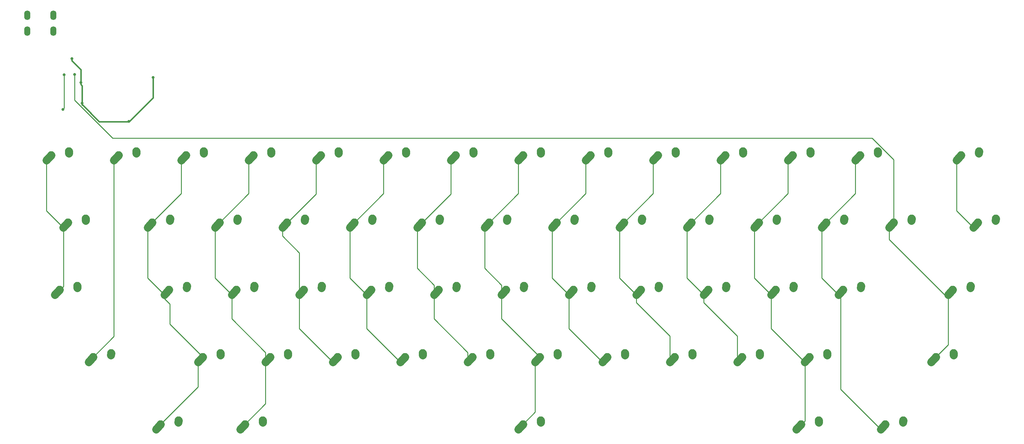
<source format=gtl>
G04 #@! TF.GenerationSoftware,KiCad,Pcbnew,(5.1.4)-1*
G04 #@! TF.CreationDate,2021-08-06T15:59:48-05:00*
G04 #@! TF.ProjectId,keyboard,6b657962-6f61-4726-942e-6b696361645f,rev?*
G04 #@! TF.SameCoordinates,Original*
G04 #@! TF.FileFunction,Copper,L1,Top*
G04 #@! TF.FilePolarity,Positive*
%FSLAX46Y46*%
G04 Gerber Fmt 4.6, Leading zero omitted, Abs format (unit mm)*
G04 Created by KiCad (PCBNEW (5.1.4)-1) date 2021-08-06 15:59:48*
%MOMM*%
%LPD*%
G04 APERTURE LIST*
%ADD10O,1.700000X2.700000*%
%ADD11C,2.250000*%
%ADD12C,2.250000*%
%ADD13C,0.800000*%
%ADD14C,0.254000*%
%ADD15C,0.381000*%
G04 APERTURE END LIST*
D10*
X83662500Y-80962500D03*
X90962500Y-80962500D03*
X90962500Y-85462500D03*
X83662500Y-85462500D03*
D11*
X90368750Y-120618750D03*
X89713751Y-121348750D03*
D12*
X89058750Y-122078750D02*
X90368752Y-120618750D01*
D11*
X95388750Y-119828750D03*
D12*
X95368750Y-120118750D02*
X95408750Y-119538750D01*
D11*
X95408750Y-119538750D03*
X109418750Y-120618750D03*
X108763751Y-121348750D03*
D12*
X108108750Y-122078750D02*
X109418752Y-120618750D01*
D11*
X114438750Y-119828750D03*
D12*
X114418750Y-120118750D02*
X114458750Y-119538750D01*
D11*
X114458750Y-119538750D03*
X128468750Y-120618750D03*
X127813751Y-121348750D03*
D12*
X127158750Y-122078750D02*
X128468752Y-120618750D01*
D11*
X133488750Y-119828750D03*
D12*
X133468750Y-120118750D02*
X133508750Y-119538750D01*
D11*
X133508750Y-119538750D03*
X147518750Y-120618750D03*
X146863751Y-121348750D03*
D12*
X146208750Y-122078750D02*
X147518752Y-120618750D01*
D11*
X152538750Y-119828750D03*
D12*
X152518750Y-120118750D02*
X152558750Y-119538750D01*
D11*
X152558750Y-119538750D03*
X166568750Y-120618750D03*
X165913751Y-121348750D03*
D12*
X165258750Y-122078750D02*
X166568752Y-120618750D01*
D11*
X171588750Y-119828750D03*
D12*
X171568750Y-120118750D02*
X171608750Y-119538750D01*
D11*
X171608750Y-119538750D03*
X185618750Y-120618750D03*
X184963751Y-121348750D03*
D12*
X184308750Y-122078750D02*
X185618752Y-120618750D01*
D11*
X190638750Y-119828750D03*
D12*
X190618750Y-120118750D02*
X190658750Y-119538750D01*
D11*
X190658750Y-119538750D03*
X204668750Y-120618750D03*
X204013751Y-121348750D03*
D12*
X203358750Y-122078750D02*
X204668752Y-120618750D01*
D11*
X209688750Y-119828750D03*
D12*
X209668750Y-120118750D02*
X209708750Y-119538750D01*
D11*
X209708750Y-119538750D03*
X223718750Y-120618750D03*
X223063751Y-121348750D03*
D12*
X222408750Y-122078750D02*
X223718752Y-120618750D01*
D11*
X228738750Y-119828750D03*
D12*
X228718750Y-120118750D02*
X228758750Y-119538750D01*
D11*
X228758750Y-119538750D03*
X242768750Y-120618750D03*
X242113751Y-121348750D03*
D12*
X241458750Y-122078750D02*
X242768752Y-120618750D01*
D11*
X247788750Y-119828750D03*
D12*
X247768750Y-120118750D02*
X247808750Y-119538750D01*
D11*
X247808750Y-119538750D03*
X261818750Y-120618750D03*
X261163751Y-121348750D03*
D12*
X260508750Y-122078750D02*
X261818752Y-120618750D01*
D11*
X266838750Y-119828750D03*
D12*
X266818750Y-120118750D02*
X266858750Y-119538750D01*
D11*
X266858750Y-119538750D03*
X280868750Y-120618750D03*
X280213751Y-121348750D03*
D12*
X279558750Y-122078750D02*
X280868752Y-120618750D01*
D11*
X285888750Y-119828750D03*
D12*
X285868750Y-120118750D02*
X285908750Y-119538750D01*
D11*
X285908750Y-119538750D03*
X299918750Y-120618750D03*
X299263751Y-121348750D03*
D12*
X298608750Y-122078750D02*
X299918752Y-120618750D01*
D11*
X304938750Y-119828750D03*
D12*
X304918750Y-120118750D02*
X304958750Y-119538750D01*
D11*
X304958750Y-119538750D03*
X318968750Y-120618750D03*
X318313751Y-121348750D03*
D12*
X317658750Y-122078750D02*
X318968752Y-120618750D01*
D11*
X323988750Y-119828750D03*
D12*
X323968750Y-120118750D02*
X324008750Y-119538750D01*
D11*
X324008750Y-119538750D03*
X347543750Y-120618750D03*
X346888751Y-121348750D03*
D12*
X346233750Y-122078750D02*
X347543752Y-120618750D01*
D11*
X352563750Y-119828750D03*
D12*
X352543750Y-120118750D02*
X352583750Y-119538750D01*
D11*
X352583750Y-119538750D03*
X95131250Y-139668750D03*
X94476251Y-140398750D03*
D12*
X93821250Y-141128750D02*
X95131252Y-139668750D01*
D11*
X100151250Y-138878750D03*
D12*
X100131250Y-139168750D02*
X100171250Y-138588750D01*
D11*
X100171250Y-138588750D03*
X118943750Y-139668750D03*
X118288751Y-140398750D03*
D12*
X117633750Y-141128750D02*
X118943752Y-139668750D01*
D11*
X123963750Y-138878750D03*
D12*
X123943750Y-139168750D02*
X123983750Y-138588750D01*
D11*
X123983750Y-138588750D03*
X137993750Y-139668750D03*
X137338751Y-140398750D03*
D12*
X136683750Y-141128750D02*
X137993752Y-139668750D01*
D11*
X143013750Y-138878750D03*
D12*
X142993750Y-139168750D02*
X143033750Y-138588750D01*
D11*
X143033750Y-138588750D03*
X157043750Y-139668750D03*
X156388751Y-140398750D03*
D12*
X155733750Y-141128750D02*
X157043752Y-139668750D01*
D11*
X162063750Y-138878750D03*
D12*
X162043750Y-139168750D02*
X162083750Y-138588750D01*
D11*
X162083750Y-138588750D03*
X176093750Y-139668750D03*
X175438751Y-140398750D03*
D12*
X174783750Y-141128750D02*
X176093752Y-139668750D01*
D11*
X181113750Y-138878750D03*
D12*
X181093750Y-139168750D02*
X181133750Y-138588750D01*
D11*
X181133750Y-138588750D03*
X195143750Y-139668750D03*
X194488751Y-140398750D03*
D12*
X193833750Y-141128750D02*
X195143752Y-139668750D01*
D11*
X200163750Y-138878750D03*
D12*
X200143750Y-139168750D02*
X200183750Y-138588750D01*
D11*
X200183750Y-138588750D03*
X214193750Y-139668750D03*
X213538751Y-140398750D03*
D12*
X212883750Y-141128750D02*
X214193752Y-139668750D01*
D11*
X219213750Y-138878750D03*
D12*
X219193750Y-139168750D02*
X219233750Y-138588750D01*
D11*
X219233750Y-138588750D03*
X233243750Y-139668750D03*
X232588751Y-140398750D03*
D12*
X231933750Y-141128750D02*
X233243752Y-139668750D01*
D11*
X238263750Y-138878750D03*
D12*
X238243750Y-139168750D02*
X238283750Y-138588750D01*
D11*
X238283750Y-138588750D03*
X252293750Y-139668750D03*
X251638751Y-140398750D03*
D12*
X250983750Y-141128750D02*
X252293752Y-139668750D01*
D11*
X257313750Y-138878750D03*
D12*
X257293750Y-139168750D02*
X257333750Y-138588750D01*
D11*
X257333750Y-138588750D03*
X271343750Y-139668750D03*
X270688751Y-140398750D03*
D12*
X270033750Y-141128750D02*
X271343752Y-139668750D01*
D11*
X276363750Y-138878750D03*
D12*
X276343750Y-139168750D02*
X276383750Y-138588750D01*
D11*
X276383750Y-138588750D03*
X290393750Y-139668750D03*
X289738751Y-140398750D03*
D12*
X289083750Y-141128750D02*
X290393752Y-139668750D01*
D11*
X295413750Y-138878750D03*
D12*
X295393750Y-139168750D02*
X295433750Y-138588750D01*
D11*
X295433750Y-138588750D03*
X309443750Y-139668750D03*
X308788751Y-140398750D03*
D12*
X308133750Y-141128750D02*
X309443752Y-139668750D01*
D11*
X314463750Y-138878750D03*
D12*
X314443750Y-139168750D02*
X314483750Y-138588750D01*
D11*
X314483750Y-138588750D03*
X328493750Y-139668750D03*
X327838751Y-140398750D03*
D12*
X327183750Y-141128750D02*
X328493752Y-139668750D01*
D11*
X333513750Y-138878750D03*
D12*
X333493750Y-139168750D02*
X333533750Y-138588750D01*
D11*
X333533750Y-138588750D03*
X352306250Y-139668750D03*
X351651251Y-140398750D03*
D12*
X350996250Y-141128750D02*
X352306252Y-139668750D01*
D11*
X357326250Y-138878750D03*
D12*
X357306250Y-139168750D02*
X357346250Y-138588750D01*
D11*
X357346250Y-138588750D03*
X92750000Y-158718750D03*
X92095001Y-159448750D03*
D12*
X91440000Y-160178750D02*
X92750002Y-158718750D01*
D11*
X97770000Y-157928750D03*
D12*
X97750000Y-158218750D02*
X97790000Y-157638750D01*
D11*
X97790000Y-157638750D03*
X123706250Y-158718750D03*
X123051251Y-159448750D03*
D12*
X122396250Y-160178750D02*
X123706252Y-158718750D01*
D11*
X128726250Y-157928750D03*
D12*
X128706250Y-158218750D02*
X128746250Y-157638750D01*
D11*
X128746250Y-157638750D03*
X142756250Y-158718750D03*
X142101251Y-159448750D03*
D12*
X141446250Y-160178750D02*
X142756252Y-158718750D01*
D11*
X147776250Y-157928750D03*
D12*
X147756250Y-158218750D02*
X147796250Y-157638750D01*
D11*
X147796250Y-157638750D03*
X161806250Y-158718750D03*
X161151251Y-159448750D03*
D12*
X160496250Y-160178750D02*
X161806252Y-158718750D01*
D11*
X166826250Y-157928750D03*
D12*
X166806250Y-158218750D02*
X166846250Y-157638750D01*
D11*
X166846250Y-157638750D03*
X180856250Y-158718750D03*
X180201251Y-159448750D03*
D12*
X179546250Y-160178750D02*
X180856252Y-158718750D01*
D11*
X185876250Y-157928750D03*
D12*
X185856250Y-158218750D02*
X185896250Y-157638750D01*
D11*
X185896250Y-157638750D03*
X199906250Y-158718750D03*
X199251251Y-159448750D03*
D12*
X198596250Y-160178750D02*
X199906252Y-158718750D01*
D11*
X204926250Y-157928750D03*
D12*
X204906250Y-158218750D02*
X204946250Y-157638750D01*
D11*
X204946250Y-157638750D03*
X218956250Y-158718750D03*
X218301251Y-159448750D03*
D12*
X217646250Y-160178750D02*
X218956252Y-158718750D01*
D11*
X223976250Y-157928750D03*
D12*
X223956250Y-158218750D02*
X223996250Y-157638750D01*
D11*
X223996250Y-157638750D03*
X238006250Y-158718750D03*
X237351251Y-159448750D03*
D12*
X236696250Y-160178750D02*
X238006252Y-158718750D01*
D11*
X243026250Y-157928750D03*
D12*
X243006250Y-158218750D02*
X243046250Y-157638750D01*
D11*
X243046250Y-157638750D03*
X257056250Y-158718750D03*
X256401251Y-159448750D03*
D12*
X255746250Y-160178750D02*
X257056252Y-158718750D01*
D11*
X262076250Y-157928750D03*
D12*
X262056250Y-158218750D02*
X262096250Y-157638750D01*
D11*
X262096250Y-157638750D03*
X276106250Y-158718750D03*
X275451251Y-159448750D03*
D12*
X274796250Y-160178750D02*
X276106252Y-158718750D01*
D11*
X281126250Y-157928750D03*
D12*
X281106250Y-158218750D02*
X281146250Y-157638750D01*
D11*
X281146250Y-157638750D03*
X295156250Y-158718750D03*
X294501251Y-159448750D03*
D12*
X293846250Y-160178750D02*
X295156252Y-158718750D01*
D11*
X300176250Y-157928750D03*
D12*
X300156250Y-158218750D02*
X300196250Y-157638750D01*
D11*
X300196250Y-157638750D03*
X314206250Y-158718750D03*
X313551251Y-159448750D03*
D12*
X312896250Y-160178750D02*
X314206252Y-158718750D01*
D11*
X319226250Y-157928750D03*
D12*
X319206250Y-158218750D02*
X319246250Y-157638750D01*
D11*
X319246250Y-157638750D03*
X345162500Y-158718750D03*
X344507501Y-159448750D03*
D12*
X343852500Y-160178750D02*
X345162502Y-158718750D01*
D11*
X350182500Y-157928750D03*
D12*
X350162500Y-158218750D02*
X350202500Y-157638750D01*
D11*
X350202500Y-157638750D03*
X102275000Y-177768750D03*
X101620001Y-178498750D03*
D12*
X100965000Y-179228750D02*
X102275002Y-177768750D01*
D11*
X107295000Y-176978750D03*
D12*
X107275000Y-177268750D02*
X107315000Y-176688750D01*
D11*
X107315000Y-176688750D03*
X133231250Y-177768750D03*
X132576251Y-178498750D03*
D12*
X131921250Y-179228750D02*
X133231252Y-177768750D01*
D11*
X138251250Y-176978750D03*
D12*
X138231250Y-177268750D02*
X138271250Y-176688750D01*
D11*
X138271250Y-176688750D03*
X152281250Y-177768750D03*
X151626251Y-178498750D03*
D12*
X150971250Y-179228750D02*
X152281252Y-177768750D01*
D11*
X157301250Y-176978750D03*
D12*
X157281250Y-177268750D02*
X157321250Y-176688750D01*
D11*
X157321250Y-176688750D03*
X171331250Y-177768750D03*
X170676251Y-178498750D03*
D12*
X170021250Y-179228750D02*
X171331252Y-177768750D01*
D11*
X176351250Y-176978750D03*
D12*
X176331250Y-177268750D02*
X176371250Y-176688750D01*
D11*
X176371250Y-176688750D03*
X190381250Y-177768750D03*
X189726251Y-178498750D03*
D12*
X189071250Y-179228750D02*
X190381252Y-177768750D01*
D11*
X195401250Y-176978750D03*
D12*
X195381250Y-177268750D02*
X195421250Y-176688750D01*
D11*
X195421250Y-176688750D03*
X209431250Y-177768750D03*
X208776251Y-178498750D03*
D12*
X208121250Y-179228750D02*
X209431252Y-177768750D01*
D11*
X214451250Y-176978750D03*
D12*
X214431250Y-177268750D02*
X214471250Y-176688750D01*
D11*
X214471250Y-176688750D03*
X228481250Y-177768750D03*
X227826251Y-178498750D03*
D12*
X227171250Y-179228750D02*
X228481252Y-177768750D01*
D11*
X233501250Y-176978750D03*
D12*
X233481250Y-177268750D02*
X233521250Y-176688750D01*
D11*
X233521250Y-176688750D03*
X247531250Y-177768750D03*
X246876251Y-178498750D03*
D12*
X246221250Y-179228750D02*
X247531252Y-177768750D01*
D11*
X252551250Y-176978750D03*
D12*
X252531250Y-177268750D02*
X252571250Y-176688750D01*
D11*
X252571250Y-176688750D03*
X266581250Y-177768750D03*
X265926251Y-178498750D03*
D12*
X265271250Y-179228750D02*
X266581252Y-177768750D01*
D11*
X271601250Y-176978750D03*
D12*
X271581250Y-177268750D02*
X271621250Y-176688750D01*
D11*
X271621250Y-176688750D03*
X285631250Y-177768750D03*
X284976251Y-178498750D03*
D12*
X284321250Y-179228750D02*
X285631252Y-177768750D01*
D11*
X290651250Y-176978750D03*
D12*
X290631250Y-177268750D02*
X290671250Y-176688750D01*
D11*
X290671250Y-176688750D03*
X304681250Y-177768750D03*
X304026251Y-178498750D03*
D12*
X303371250Y-179228750D02*
X304681252Y-177768750D01*
D11*
X309701250Y-176978750D03*
D12*
X309681250Y-177268750D02*
X309721250Y-176688750D01*
D11*
X309721250Y-176688750D03*
X340400000Y-177768750D03*
X339745001Y-178498750D03*
D12*
X339090000Y-179228750D02*
X340400002Y-177768750D01*
D11*
X345420000Y-176978750D03*
D12*
X345400000Y-177268750D02*
X345440000Y-176688750D01*
D11*
X345440000Y-176688750D03*
X121325000Y-196818750D03*
X120670001Y-197548750D03*
D12*
X120015000Y-198278750D02*
X121325002Y-196818750D01*
D11*
X126345000Y-196028750D03*
D12*
X126325000Y-196318750D02*
X126365000Y-195738750D01*
D11*
X126365000Y-195738750D03*
X145137500Y-196818750D03*
X144482501Y-197548750D03*
D12*
X143827500Y-198278750D02*
X145137502Y-196818750D01*
D11*
X150157500Y-196028750D03*
D12*
X150137500Y-196318750D02*
X150177500Y-195738750D01*
D11*
X150177500Y-195738750D03*
X223718750Y-196818750D03*
X223063751Y-197548750D03*
D12*
X222408750Y-198278750D02*
X223718752Y-196818750D01*
D11*
X228738750Y-196028750D03*
D12*
X228718750Y-196318750D02*
X228758750Y-195738750D01*
D11*
X228758750Y-195738750D03*
X302300000Y-196818750D03*
X301645001Y-197548750D03*
D12*
X300990000Y-198278750D02*
X302300002Y-196818750D01*
D11*
X307320000Y-196028750D03*
D12*
X307300000Y-196318750D02*
X307340000Y-195738750D01*
D11*
X307340000Y-195738750D03*
X326112500Y-196818750D03*
X325457501Y-197548750D03*
D12*
X324802500Y-198278750D02*
X326112502Y-196818750D01*
D11*
X331132500Y-196028750D03*
D12*
X331112500Y-196318750D02*
X331152500Y-195738750D01*
D11*
X331152500Y-195738750D03*
D13*
X96964500Y-97729010D03*
X96202500Y-93281500D03*
X98742500Y-100012500D03*
X99123500Y-105854500D03*
X119189500Y-98615500D03*
X112367271Y-111083542D03*
X93662500Y-107632500D03*
X94062499Y-97872499D03*
D14*
X89058750Y-136366250D02*
X93821250Y-141128750D01*
X89058750Y-122078750D02*
X89058750Y-136366250D01*
X93874999Y-157743751D02*
X91440000Y-160178750D01*
X93874999Y-141182499D02*
X93874999Y-157743751D01*
X93821250Y-141128750D02*
X93874999Y-141182499D01*
X108108750Y-171935000D02*
X100965000Y-179078750D01*
X100965000Y-179078750D02*
X100965000Y-179228750D01*
X108108750Y-122078750D02*
X108108750Y-171935000D01*
X127158750Y-131453750D02*
X118943750Y-139668750D01*
X127158750Y-122078750D02*
X127158750Y-131453750D01*
X117633750Y-155416250D02*
X122396250Y-160178750D01*
X117633750Y-141128750D02*
X117633750Y-155416250D01*
X132106251Y-176643751D02*
X133231250Y-177768750D01*
X123885349Y-168422849D02*
X132106251Y-176643751D01*
X123885349Y-162779099D02*
X123885349Y-168422849D01*
X122396250Y-161290000D02*
X123885349Y-162779099D01*
X122396250Y-160178750D02*
X122396250Y-161290000D01*
X131921250Y-186222500D02*
X121325000Y-196818750D01*
X131921250Y-179228750D02*
X131921250Y-186222500D01*
X136683750Y-140978750D02*
X136683750Y-141128750D01*
X146208750Y-131453750D02*
X136683750Y-140978750D01*
X146208750Y-122078750D02*
X146208750Y-131453750D01*
X136683750Y-155416250D02*
X141446250Y-160178750D01*
X136683750Y-141128750D02*
X136683750Y-155416250D01*
X150971250Y-176458750D02*
X150971250Y-179228750D01*
X141446250Y-166933750D02*
X150971250Y-176458750D01*
X141446250Y-160178750D02*
X141446250Y-166933750D01*
X143827500Y-198128750D02*
X143827500Y-198278750D01*
X150971250Y-190985000D02*
X143827500Y-198128750D01*
X150971250Y-179228750D02*
X150971250Y-190985000D01*
X165258750Y-131603750D02*
X155733750Y-141128750D01*
X165258750Y-122078750D02*
X165258750Y-131603750D01*
X155733750Y-143510000D02*
X160496250Y-148272500D01*
X160496250Y-148272500D02*
X160496250Y-160178750D01*
X155733750Y-141128750D02*
X155733750Y-143510000D01*
X160496250Y-169703750D02*
X170021250Y-179228750D01*
X160496250Y-160178750D02*
X160496250Y-169703750D01*
X174783750Y-140978750D02*
X174783750Y-141128750D01*
X184308750Y-131453750D02*
X174783750Y-140978750D01*
X184308750Y-122078750D02*
X184308750Y-131453750D01*
X174783750Y-155416250D02*
X179546250Y-160178750D01*
X174783750Y-141128750D02*
X174783750Y-155416250D01*
X179546250Y-169703750D02*
X189071250Y-179228750D01*
X179546250Y-160178750D02*
X179546250Y-169703750D01*
X203358750Y-131603750D02*
X193833750Y-141128750D01*
X203358750Y-122078750D02*
X203358750Y-131603750D01*
X198596250Y-157408750D02*
X198596250Y-160178750D01*
X193833750Y-152646250D02*
X198596250Y-157408750D01*
X193833750Y-141128750D02*
X193833750Y-152646250D01*
X208121250Y-176458750D02*
X208121250Y-179228750D01*
X198596250Y-166933750D02*
X208121250Y-176458750D01*
X198596250Y-160178750D02*
X198596250Y-166933750D01*
X212883750Y-140978750D02*
X212883750Y-141128750D01*
X222408750Y-131453750D02*
X212883750Y-140978750D01*
X222408750Y-122078750D02*
X222408750Y-131453750D01*
X217646250Y-157408750D02*
X217646250Y-160178750D01*
X212883750Y-152646250D02*
X217646250Y-157408750D01*
X212883750Y-141128750D02*
X212883750Y-152646250D01*
X217646250Y-166933750D02*
X228481250Y-177768750D01*
X217646250Y-160178750D02*
X217646250Y-166933750D01*
X227171250Y-193366250D02*
X223718750Y-196818750D01*
X227171250Y-179228750D02*
X227171250Y-193366250D01*
X231933750Y-140978750D02*
X231933750Y-141128750D01*
X241458750Y-131453750D02*
X231933750Y-140978750D01*
X241458750Y-122078750D02*
X241458750Y-131453750D01*
X231933750Y-155416250D02*
X236696250Y-160178750D01*
X231933750Y-141128750D02*
X231933750Y-155416250D01*
X236696250Y-169703750D02*
X246221250Y-179228750D01*
X236696250Y-160178750D02*
X236696250Y-169703750D01*
X250983750Y-140978750D02*
X250983750Y-141128750D01*
X260508750Y-131453750D02*
X250983750Y-140978750D01*
X260508750Y-122078750D02*
X260508750Y-131453750D01*
X250983750Y-155416250D02*
X255746250Y-160178750D01*
X250983750Y-141128750D02*
X250983750Y-155416250D01*
X265271250Y-171868684D02*
X265271250Y-179228750D01*
X255746250Y-162343684D02*
X265271250Y-171868684D01*
X255746250Y-160178750D02*
X255746250Y-162343684D01*
X270033750Y-140978750D02*
X270033750Y-141128750D01*
X279558750Y-131453750D02*
X270033750Y-140978750D01*
X279558750Y-122078750D02*
X279558750Y-131453750D01*
X270033750Y-155416250D02*
X274796250Y-160178750D01*
X270033750Y-141128750D02*
X270033750Y-155416250D01*
X284321250Y-171868684D02*
X284321250Y-179228750D01*
X274796250Y-162343684D02*
X284321250Y-171868684D01*
X274796250Y-160178750D02*
X274796250Y-162343684D01*
X289083750Y-140978750D02*
X289083750Y-141128750D01*
X298608750Y-131453750D02*
X289083750Y-140978750D01*
X298608750Y-122078750D02*
X298608750Y-131453750D01*
X289083750Y-155416250D02*
X293846250Y-160178750D01*
X289083750Y-141128750D02*
X289083750Y-155416250D01*
X293846250Y-169703750D02*
X303371250Y-179228750D01*
X293846250Y-160178750D02*
X293846250Y-169703750D01*
X303424999Y-195843751D02*
X300990000Y-198278750D01*
X303424999Y-179282499D02*
X303424999Y-195843751D01*
X303371250Y-179228750D02*
X303424999Y-179282499D01*
X308133750Y-140978750D02*
X308133750Y-141128750D01*
X317658750Y-131453750D02*
X308133750Y-140978750D01*
X317658750Y-122078750D02*
X317658750Y-131453750D01*
X308133750Y-155416250D02*
X312896250Y-160178750D01*
X308133750Y-141128750D02*
X308133750Y-155416250D01*
X313463251Y-186939501D02*
X324802500Y-198278750D01*
X313463251Y-160745751D02*
X313463251Y-186939501D01*
X312896250Y-160178750D02*
X313463251Y-160745751D01*
X342908982Y-160178750D02*
X343852500Y-160178750D01*
X327183750Y-144453518D02*
X342908982Y-160178750D01*
X327183750Y-141128750D02*
X327183750Y-144453518D01*
X339090000Y-179078750D02*
X339090000Y-179228750D01*
X343852500Y-174316250D02*
X339090000Y-179078750D01*
X343852500Y-160178750D02*
X343852500Y-174316250D01*
X328493750Y-139818750D02*
X327183750Y-141128750D01*
X328493750Y-121874788D02*
X328493750Y-139818750D01*
X322401711Y-115782749D02*
X328493750Y-121874788D01*
X107754195Y-115782749D02*
X322401711Y-115782749D01*
X96964500Y-104993054D02*
X107754195Y-115782749D01*
X96964500Y-97729010D02*
X96964500Y-104993054D01*
X346233750Y-136366250D02*
X350996250Y-141128750D01*
X346233750Y-122078750D02*
X346233750Y-136366250D01*
D15*
X96202500Y-93847185D02*
X98742500Y-96387185D01*
X96202500Y-93281500D02*
X96202500Y-93847185D01*
X98742500Y-96387185D02*
X98742500Y-100012500D01*
X98742500Y-100578185D02*
X99123500Y-100959185D01*
X98742500Y-100012500D02*
X98742500Y-100578185D01*
X99123500Y-100959185D02*
X99123500Y-105854500D01*
X99123500Y-105854500D02*
X99123500Y-106420185D01*
X119189500Y-104344229D02*
X119189500Y-98615500D01*
X99123500Y-106420185D02*
X99276435Y-106420185D01*
X99276435Y-106420185D02*
X103981250Y-111125000D01*
X112408729Y-111125000D02*
X119189500Y-104344229D01*
X103981250Y-111125000D02*
X112408729Y-111125000D01*
D14*
X94062499Y-107232501D02*
X94062499Y-97872499D01*
X93662500Y-107632500D02*
X94062499Y-107232501D01*
M02*

</source>
